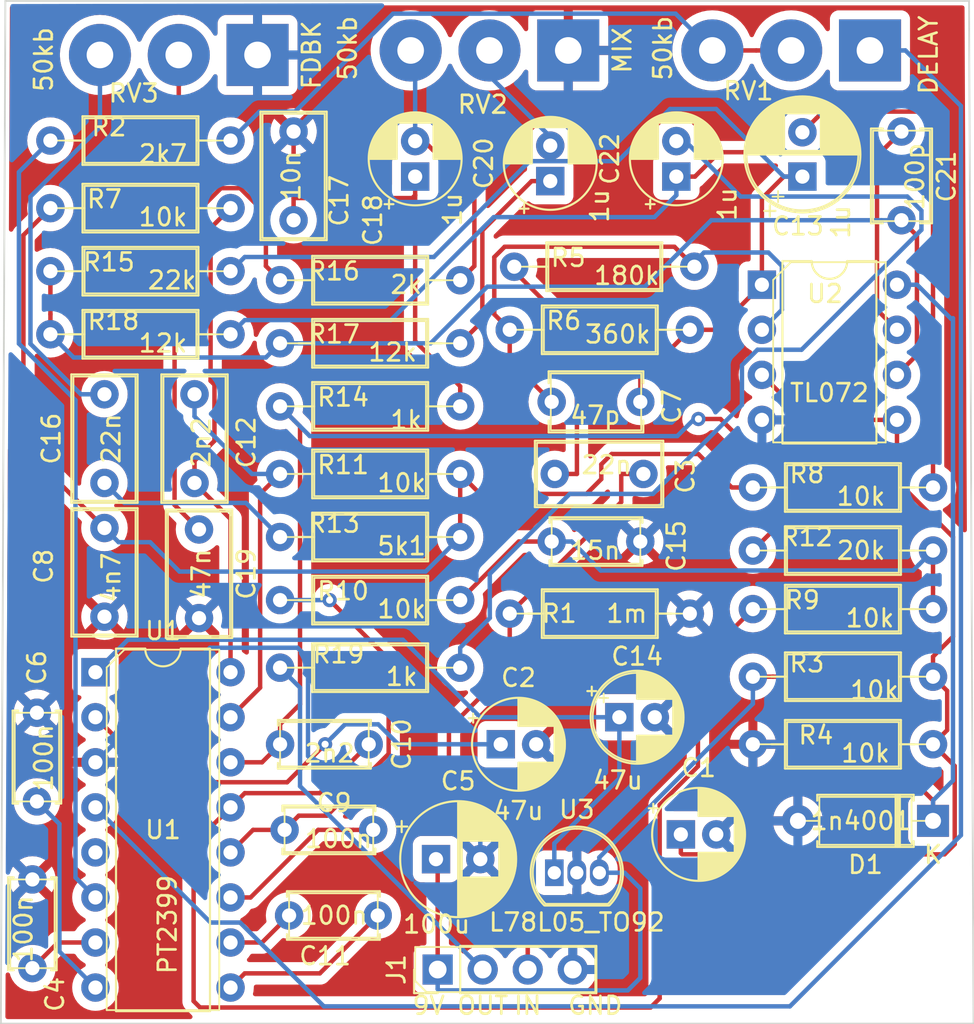
<source format=kicad_pcb>
(kicad_pcb (version 20221018) (generator pcbnew)
  (layers (0 "F.Cu" signal) (31 "B.Cu" signal) (34 "B.Paste" user) (35 "F.Paste" user) (36 "B.SilkS" user "B.Silkscreen") (37 "F.SilkS" user "F.Silkscreen") (38 "B.Mask" user) (39 "F.Mask" user) (44 "Edge.Cuts" user))
  (net 0 "")
  (net 1 "GND")
  (net 2 "VB")
  (net 3 "Net-(C2-Pad1)")
  (net 4 "IN")
  (net 5 "Net-(C3-Pad1)")
  (net 6 "Net-(C4-Pad2)")
  (net 7 "+9V")
  (net 8 "Net-(C6-Pad2)")
  (net 9 "Net-(C7-Pad2)")
  (net 10 "Net-(C13-Pad1)")
  (net 11 "Net-(C8-Pad1)")
  (net 12 "Net-(C9-Pad2)")
  (net 13 "Net-(C9-Pad1)")
  (net 14 "Net-(C10-Pad2)")
  (net 15 "Net-(C10-Pad1)")
  (net 16 "Net-(C11-Pad2)")
  (net 17 "Net-(C11-Pad1)")
  (net 18 "Net-(C12-Pad2)")
  (net 19 "Net-(C12-Pad1)")
  (net 20 "Net-(C13-Pad2)")
  (net 21 "VD")
  (net 22 "Net-(C15-Pad2)")
  (net 23 "Net-(C16-Pad2)")
  (net 24 "Net-(C16-Pad1)")
  (net 25 "Net-(C17-Pad2)")
  (net 26 "Net-(C18-Pad2)")
  (net 27 "Net-(C19-Pad2)")
  (net 28 "Net-(C20-Pad2)")
  (net 29 "Net-(C20-Pad1)")
  (net 30 "Net-(C21-Pad2)")
  (net 31 "Net-(C21-Pad1)")
  (net 32 "Net-(C22-Pad2)")
  (net 33 "OUT")
  (net 34 "Net-(R2-Pad2)")
  (net 35 "Net-(R2-Pad1)")
  (net 36 "Net-(RV1-Pad1)")
  (footprint "Capacitor_THT:CP_Radial_D5.0mm_P2.00mm" (layer "F.Cu") (at 128.016 91.948)
    (fp_text reference "C2")
    (fp_text value "47u")
  )
  (footprint "Capacitor_THT:C_Rect_L7.0mm_W3.5mm_P5.00mm" (layer "F.Cu") (at 131.064 76.708)
    (fp_text reference "C3")
    (fp_text value "22n")
  )
  (footprint "Capacitor_THT:C_Disc_D5.0mm_W2.5mm_P5.00mm" (layer "F.Cu") (at 101.6 99.568 -90)
    (fp_text reference "C4")
    (fp_text value "100n")
  )
  (footprint "Capacitor_THT:CP_Radial_D6.3mm_P2.50mm" (layer "F.Cu") (at 124.365 98.425)
    (fp_text reference "C5")
    (fp_text value "100u")
  )
  (footprint "Capacitor_THT:C_Disc_D5.0mm_W2.5mm_P5.00mm" (layer "F.Cu") (at 101.854 90.17 -90)
    (fp_text reference "C6")
    (fp_text value "100n")
  )
  (footprint "Capacitor_THT:C_Disc_D5.1mm_W3.2mm_P5.00mm" (layer "F.Cu") (at 135.89 72.644 180)
    (fp_text reference "C7")
    (fp_text value "47p")
  )
  (footprint "Capacitor_THT:C_Rect_L7.0mm_W3.5mm_P5.00mm" (layer "F.Cu") (at 105.664 79.756 -90)
    (fp_text reference "C8")
    (fp_text value "4n7")
  )
  (footprint "Capacitor_THT:C_Disc_D5.0mm_W2.5mm_P5.00mm" (layer "F.Cu") (at 115.824 96.774)
    (fp_text reference "C9")
    (fp_text value "100n")
  )
  (footprint "Capacitor_THT:C_Disc_D5.0mm_W2.5mm_P5.00mm" (layer "F.Cu") (at 115.57 91.948)
    (fp_text reference "C10")
    (fp_text value "2n2")
  )
  (footprint "Capacitor_THT:C_Rect_L7.0mm_W3.5mm_P5.00mm" (layer "F.Cu") (at 110.744 77.216 90)
    (fp_text reference "C12")
    (fp_text value "2n2")
  )
  (footprint "Capacitor_THT:CP_Radial_D6.3mm_P2.50mm" (layer "F.Cu") (at 145.034 59.944 90)
    (fp_text reference "C13")
    (fp_text value "1u")
  )
  (footprint "Capacitor_THT:CP_Radial_D5.0mm_P2.00mm" (layer "F.Cu") (at 134.707621 90.424)
    (fp_text reference "C14")
    (fp_text value "47u")
  )
  (footprint "Capacitor_THT:C_Disc_D5.0mm_W2.5mm_P5.00mm" (layer "F.Cu") (at 135.89 80.518 180)
    (fp_text reference "C15")
    (fp_text value "15n")
  )
  (footprint "Capacitor_THT:C_Rect_L7.0mm_W3.5mm_P5.00mm" (layer "F.Cu") (at 105.664 77.216 90)
    (fp_text reference "C16")
    (fp_text value "22n")
  )
  (footprint "Capacitor_THT:C_Rect_L7.0mm_W3.5mm_P5.00mm" (layer "F.Cu") (at 116.332 57.404 -90)
    (fp_text reference "C17")
    (fp_text value "10n")
  )
  (footprint "Capacitor_THT:CP_Radial_D5.0mm_P2.00mm" (layer "F.Cu") (at 123.19 59.944 90)
    (fp_text reference "C18")
    (fp_text value "1u")
  )
  (footprint "Capacitor_THT:C_Rect_L7.0mm_W3.5mm_P5.00mm" (layer "F.Cu") (at 110.998 84.836 90)
    (fp_text reference "C19")
    (fp_text value "47n")
  )
  (footprint "Capacitor_THT:CP_Radial_D5.0mm_P2.00mm" (layer "F.Cu") (at 137.922 59.944 90)
    (fp_text reference "C22")
    (fp_text value "1u")
  )
  (footprint "Connector_PinHeader_2.54mm:PinHeader_1x04_P2.54mm_Vertical" (layer "F.Cu") (at 124.46 104.648 90)
    (fp_text reference "J1")
    (fp_text value "Conn_01x05" hide)
  )
  (footprint "Resistor_THT:R_Axial_DIN0207_L6.3mm_D2.5mm_P10.16mm_Horizontal" (layer "F.Cu") (at 138.684 84.582 180)
    (fp_text reference "R1")
    (fp_text value "1m")
  )
  (footprint "Resistor_THT:R_Axial_DIN0207_L6.3mm_D2.5mm_P10.16mm_Horizontal" (layer "F.Cu") (at 102.616 57.912)
    (fp_text reference "R2")
    (fp_text value "2k7")
  )
  (footprint "Resistor_THT:R_Axial_DIN0207_L6.3mm_D2.5mm_P10.16mm_Horizontal" (layer "F.Cu") (at 142.24 88.138)
    (fp_text reference "R3")
    (fp_text value "10k")
  )
  (footprint "Resistor_THT:R_Axial_DIN0207_L6.3mm_D2.5mm_P10.16mm_Horizontal" (layer "F.Cu") (at 152.4 91.948 180)
    (fp_text reference "R4")
    (fp_text value "10k")
  )
  (footprint "Resistor_THT:R_Axial_DIN0207_L6.3mm_D2.5mm_P10.16mm_Horizontal" (layer "F.Cu") (at 138.938 65.024 180)
    (fp_text reference "R5")
    (fp_text value "180k")
  )
  (footprint "Resistor_THT:R_Axial_DIN0207_L6.3mm_D2.5mm_P10.16mm_Horizontal" (layer "F.Cu") (at 138.684 68.58 180)
    (fp_text reference "R6")
    (fp_text value "360k")
  )
  (footprint "Resistor_THT:R_Axial_DIN0207_L6.3mm_D2.5mm_P10.16mm_Horizontal" (layer "F.Cu") (at 112.776 61.722 180)
    (fp_text reference "R7")
    (fp_text value "10k")
  )
  (footprint "Resistor_THT:R_Axial_DIN0207_L6.3mm_D2.5mm_P10.16mm_Horizontal" (layer "F.Cu") (at 142.24 77.47)
    (fp_text reference "R8")
    (fp_text value "10k")
  )
  (footprint "Resistor_THT:R_Axial_DIN0207_L6.3mm_D2.5mm_P10.16mm_Horizontal" (layer "F.Cu") (at 142.24 84.328)
    (fp_text reference "R9")
    (fp_text value "10k")
  )
  (footprint "Resistor_THT:R_Axial_DIN0207_L6.3mm_D2.5mm_P10.16mm_Horizontal" (layer "F.Cu") (at 115.57 83.82)
    (fp_text reference "R10")
    (fp_text value "10k")
  )
  (footprint "Resistor_THT:R_Axial_DIN0207_L6.3mm_D2.5mm_P10.16mm_Horizontal" (layer "F.Cu") (at 115.57 76.708)
    (fp_text reference "R11")
    (fp_text value "10k")
  )
  (footprint "Resistor_THT:R_Axial_DIN0207_L6.3mm_D2.5mm_P10.16mm_Horizontal" (layer "F.Cu") (at 152.4 81.026 180)
    (fp_text reference "R12")
    (fp_text value "20k")
  )
  (footprint "Resistor_THT:R_Axial_DIN0207_L6.3mm_D2.5mm_P10.16mm_Horizontal" (layer "F.Cu") (at 125.73 80.264 180)
    (fp_text reference "R13")
    (fp_text value "5k1")
  )
  (footprint "Resistor_THT:R_Axial_DIN0207_L6.3mm_D2.5mm_P10.16mm_Horizontal" (layer "F.Cu") (at 115.57 72.898)
    (fp_text reference "R14")
    (fp_text value "1k")
  )
  (footprint "Resistor_THT:R_Axial_DIN0207_L6.3mm_D2.5mm_P10.16mm_Horizontal" (layer "F.Cu") (at 112.776 65.278 180)
    (fp_text reference "R15")
    (fp_text value "22k")
  )
  (footprint "Resistor_THT:R_Axial_DIN0207_L6.3mm_D2.5mm_P10.16mm_Horizontal" (layer "F.Cu") (at 125.73 65.786 180)
    (fp_text reference "R16")
    (fp_text value "2k")
  )
  (footprint "Resistor_THT:R_Axial_DIN0207_L6.3mm_D2.5mm_P10.16mm_Horizontal" (layer "F.Cu") (at 115.57 69.342)
    (fp_text reference "R17")
    (fp_text value "12k")
  )
  (footprint "Resistor_THT:R_Axial_DIN0207_L6.3mm_D2.5mm_P10.16mm_Horizontal" (layer "F.Cu") (at 102.616 68.834)
    (fp_text reference "R18")
    (fp_text value "12k")
  )
  (footprint "Resistor_THT:R_Axial_DIN0207_L6.3mm_D2.5mm_P10.16mm_Horizontal" (layer "F.Cu") (at 115.57 87.63)
    (fp_text reference "R19")
    (fp_text value "1k")
  )
  (footprint "Connector_Wire:SolderWirePad_1x03_P4.445mm_Drill1.5mm" (layer "F.Cu") (at 131.826 52.832 180)
    (fp_text reference "RV2")
    (fp_text value "50kb")
  )
  (footprint "Connector_Wire:SolderWirePad_1x03_P4.445mm_Drill1.5mm" (layer "F.Cu") (at 114.3 53.086 180)
    (fp_text reference "RV3")
    (fp_text value "50kb")
  )
  (footprint "Package_DIP:DIP-16_W7.62mm" (layer "F.Cu") (at 105.156 87.884)
    (fp_text reference "U1")
    (fp_text value "PT2399")
  )
  (footprint "Package_DIP:DIP-8_W7.62mm" (layer "F.Cu") (at 142.748 66.04)
    (fp_text reference "U2")
    (fp_text value "TL072")
  )
  (footprint "Connector_Wire:SolderWirePad_1x03_P4.445mm_Drill1.5mm" (layer "F.Cu") (at 148.844 52.832 180)
    (fp_text reference "RV1")
    (fp_text value "50kb")
  )
  (footprint "Capacitor_THT:C_Disc_D5.1mm_W3.2mm_P5.00mm" (layer "F.Cu") (at 150.622 57.404 -90)
    (fp_text reference "C21")
    (fp_text value "100p")
  )
  (footprint "Capacitor_THT:CP_Radial_D5.0mm_P2.00mm" (layer "F.Cu") (at 130.81 60.198 90)
    (fp_text reference "C20")
    (fp_text value "1u")
  )
  (footprint "Capacitor_THT:C_Disc_D5.0mm_W2.5mm_P5.00mm" (layer "F.Cu") (at 116.078 101.6)
    (fp_text reference "C11")
    (fp_text value "100n")
  )
  (footprint "Capacitor_THT:CP_Radial_D5.0mm_P2.00mm" (layer "F.Cu") (at 138.176 97.028)
    (fp_text reference "C1")
    (fp_text value "47u")
  )
  (footprint "Diode_THT:D_A-405_P7.62mm_Horizontal" (layer "F.Cu") (at 152.4 96.266 180)
    (fp_text reference "D1")
    (fp_text value "1n4001")
  )
  (footprint "Package_TO_SOT_THT:TO-92_Inline" (layer "F.Cu") (at 131.0386 99.1914)
    (fp_text reference "U3")
    (fp_text value "L78L05_TO92")
  )
  (gr_line (start 154.686 107.696) (end 99.822 107.696) (stroke (width 0.1)) (layer "Edge.Cuts"))
  (gr_line (start 154.178 50.038) (end 154.432 50.038) (stroke (width 0.1)) (layer "Edge.Cuts"))
  (gr_line (start 99.822 107.696) (end 100.076 50.038) (stroke (width 0.1)) (layer "Edge.Cuts"))
  (gr_line (start 100.076 50.038) (end 154.178 50.038) (stroke (width 0.1)) (layer "Edge.Cuts"))
  (gr_line (start 154.432 50.038) (end 154.686 107.696) (stroke (width 0.1)) (layer "Edge.Cuts"))
  (gr_text "MIX" (at 134.874 52.832 90) (layer "F.SilkS") (effects (font (size 1 1))))
  (gr_text "IN" (at 129.54 106.68) (layer "F.SilkS") (effects (font (size 1 1))))
  (gr_text "9V" (at 123.952 106.68) (layer "F.SilkS") (effects (font (size 1 1))))
  (gr_text "OUT\n" (at 127 106.68) (layer "F.SilkS") (effects (font (size 1 1))))
  (gr_text "GND\n" (at 133.35 106.68) (layer "F.SilkS") (effects (font (size 1 1))))
  (gr_text "DELAY\n" (at 152.146 53.086 90) (layer "F.SilkS") (effects (font (size 1 1))))
  (gr_text "FDBK" (at 117.348 53.086 90) (layer "F.SilkS") (effects (font (size 1 1))))
  (segment (start 101.6 99.568) (end 101.709001 99.458999) (width 0.25) (layer "F.Cu") (net 1))
  (segment (start 102.362 90.17) (end 101.854 90.17) (width 0.25) (layer "F.Cu") (net 1))
  (segment (start 116.332 58.654) (end 116.332 57.404) (width 0.25) (layer "F.Cu") (net 1))
  (segment (start 126.865 96.385) (end 126.746 96.266) (width 0.25) (layer "B.Cu") (net 1))
  (segment (start 118.1608 93.6244) (end 117.144521 92.608121) (width 0.25) (layer "B.Cu") (net 1))
  (segment (start 126.865 98.425) (end 126.865 96.385) (width 0.25) (layer "B.Cu") (net 1))
  (segment (start 111.614511 86.505489) (end 105.156 92.964) (width 0.25) (layer "B.Cu") (net 1))
  (segment (start 117.144521 87.096321) (end 116.553689 86.505489) (width 0.25) (layer "B.Cu") (net 1))
  (segment (start 124.1044 93.6244) (end 118.1608 93.6244) (width 0.25) (layer "B.Cu") (net 1))
  (segment (start 126.746 96.266) (end 124.1044 93.6244) (width 0.25) (layer "B.Cu") (net 1))
  (segment (start 117.144521 92.608121) (end 117.144521 87.096321) (width 0.25) (layer "B.Cu") (net 1))
  (segment (start 116.553689 86.505489) (end 111.614511 86.505489) (width 0.25) (layer "B.Cu") (net 1))
  (segment (start 145.288 73.66) (end 150.368 73.66) (width 0.25) (layer "F.Cu") (net 2))
  (segment (start 153.525001 80.260003) (end 150.368 77.103002) (width 0.25) (layer "F.Cu") (net 2))
  (segment (start 153.625001 93.173001) (end 153.625001 97.580999) (width 0.25) (layer "F.Cu") (net 2))
  (segment (start 153.625001 97.580999) (end 153.052999 98.153001) (width 0.25) (layer "F.Cu") (net 2))
  (segment (start 152.4 91.948) (end 153.625001 93.173001) (width 0.25) (layer "F.Cu") (net 2))
  (segment (start 138.251001 98.153001) (end 138.176 98.078) (width 0.25) (layer "F.Cu") (net 2))
  (segment (start 153.199999 88.937999) (end 152.4 88.138) (width 0.25) (layer "F.Cu") (net 2))
  (segment (start 153.199999 91.148001) (end 153.199999 88.937999) (width 0.25) (layer "F.Cu") (net 2))
  (segment (start 142.748 71.12) (end 145.288 73.66) (width 0.25) (layer "F.Cu") (net 2))
  (segment (start 138.176 98.078) (end 138.176 97.028) (width 0.25) (layer "F.Cu") (net 2))
  (segment (start 152.4 88.138) (end 152.4 87.00663) (width 0.25) (layer "F.Cu") (net 2))
  (segment (start 150.368 77.103002) (end 150.368 73.66) (width 0.25) (layer "F.Cu") (net 2))
  (segment (start 152.4 91.948) (end 153.199999 91.148001) (width 0.25) (layer "F.Cu") (net 2))
  (segment (start 152.4 87.00663) (end 153.525001 85.881629) (width 0.25) (layer "F.Cu") (net 2))
  (segment (start 153.525001 85.881629) (end 153.525001 80.260003) (width 0.25) (layer "F.Cu") (net 2))
  (segment (start 153.052999 98.153001) (end 138.251001 98.153001) (width 0.25) (layer "F.Cu") (net 2))
  (segment (start 118.11 91.948) (end 115.968999 94.089001) (width 0.25) (layer "F.Cu") (net 3))
  (segment (start 115.968999 94.089001) (end 108.821001 94.089001) (width 0.25) (layer "F.Cu") (net 3))
  (segment (start 108.821001 94.089001) (end 105.955999 91.223999) (width 0.25) (layer "F.Cu") (net 3))
  (segment (start 105.955999 91.223999) (end 105.156 90.424) (width 0.25) (layer "F.Cu") (net 3))
  (via (at 118.11 91.948) (size 0.8) (drill 0.4) (layers "F.Cu" "B.Cu") (net 3))
  (segment (start 122.235002 91.948) (end 121.110001 90.822999) (width 0.25) (layer "B.Cu") (net 3))
  (segment (start 121.110001 90.822999) (end 119.235001 90.822999) (width 0.25) (layer "B.Cu") (net 3))
  (segment (start 118.509999 91.548001) (end 118.11 91.948) (width 0.25) (layer "B.Cu") (net 3))
  (segment (start 128.016 91.948) (end 122.235002 91.948) (width 0.25) (layer "B.Cu") (net 3))
  (segment (start 119.235001 90.822999) (end 118.509999 91.548001) (width 0.25) (layer "B.Cu") (net 3))
  (segment (start 128.524 87.63) (end 128.524 84.582) (width 0.25) (layer "F.Cu") (net 4))
  (segment (start 129.54 104.648) (end 129.54 98.044) (width 0.25) (layer "F.Cu") (net 4))
  (segment (start 134.814 76.708) (end 136.064 76.708) (width 0.25) (layer "F.Cu") (net 4))
  (segment (start 125.095 93.599) (end 125.095 91.059) (width 0.25) (layer "F.Cu") (net 4))
  (segment (start 125.095 91.059) (end 128.524 87.63) (width 0.25) (layer "F.Cu") (net 4))
  (segment (start 128.524 84.582) (end 134.814 78.292) (width 0.25) (layer "F.Cu") (net 4))
  (segment (start 129.54 98.044) (end 125.095 93.599) (width 0.25) (layer "F.Cu") (net 4))
  (segment (start 134.814 78.292) (end 134.814 76.708) (width 0.25) (layer "F.Cu") (net 4))
  (segment (start 131.064 76.708) (end 132.314 76.708) (width 0.25) (layer "F.Cu") (net 5))
  (segment (start 132.314 76.708) (end 132.314 68.814) (width 0.25) (layer "F.Cu") (net 5))
  (segment (start 132.314 68.814) (end 128.524 65.024) (width 0.25) (layer "F.Cu") (net 5))
  (segment (start 103.044 103.124) (end 105.156 103.124) (width 0.25) (layer "F.Cu") (net 6))
  (segment (start 101.6 104.568) (end 103.044 103.124) (width 0.25) (layer "F.Cu") (net 6))
  (segment (start 152.4 95.116) (end 145.422 88.138) (width 0.25) (layer "F.Cu") (net 7))
  (segment (start 124.46 104.648) (end 124.46 98.552) (width 0.25) (layer "F.Cu") (net 7))
  (segment (start 145.422 88.138) (end 143.37137 88.138) (width 0.25) (layer "F.Cu") (net 7))
  (segment (start 124.46 98.552) (end 124.206 98.298) (width 0.25) (layer "F.Cu") (net 7))
  (segment (start 152.4 96.266) (end 152.4 95.116) (width 0.25) (layer "F.Cu") (net 7))
  (segment (start 143.37137 88.138) (end 142.24 88.138) (width 0.25) (layer "F.Cu") (net 7))
  (segment (start 152.4 95.116) (end 153.525001 93.990999) (width 0.25) (layer "B.Cu") (net 7))
  (segment (start 133.5786 99.1914) (end 135.0054 99.1914) (width 0.25) (layer "B.Cu") (net 7))
  (segment (start 135.89 100.076) (end 135.89 105.117002) (width 0.25) (layer "B.Cu") (net 7))
  (segment (start 150.368 66.04) (end 151.49937 66.04) (width 0.25) (layer "B.Cu") (net 7))
  (segment (start 135.184001 105.823001) (end 124.535001 105.823001) (width 0.25) (layer "B.Cu") (net 7))
  (segment (start 151.49937 66.04) (end 153.416 67.95663) (width 0.25) (layer "B.Cu") (net 7))
  (segment (start 142.24 89.662) (end 142.24 88.138) (width 0.25) (layer "B.Cu") (net 7))
  (segment (start 133.5786 98.3234) (end 142.24 89.662) (width 0.25) (layer "B.Cu") (net 7))
  (segment (start 124.535001 105.823001) (end 124.46 105.748) (width 0.25) (layer "B.Cu") (net 7))
  (segment (start 124.46 105.748) (end 124.46 104.648) (width 0.25) (layer "B.Cu") (net 7))
  (segment (start 152.4 96.266) (end 152.4 95.116) (width 0.25) (layer "B.Cu") (net 7))
  (segment (start 133.5786 99.1914) (end 133.5786 98.3234) (width 0.25) (layer "B.Cu") (net 7))
  (segment (start 135.0054 99.1914) (end 135.89 100.076) (width 0.25) (layer "B.Cu") (net 7))
  (segment (start 135.89 105.117002) (end 135.184001 105.823001) (width 0.25) (layer "B.Cu") (net 7))
  (segment (start 153.495372 67.95663) (end 153.525001 67.927001) (width 0.25) (layer "B.Cu") (net 7))
  (segment (start 153.416 67.95663) (end 153.495372 67.95663) (width 0.25) (layer "B.Cu") (net 7))
  (segment (start 153.525001 93.990999) (end 153.525001 67.927001) (width 0.25) (layer "B.Cu") (net 7))
  (segment (start 103.124 96.44) (end 101.854 95.17) (width 0.25) (layer "B.Cu") (net 8))
  (segment (start 105.156 105.664) (end 103.124 103.632) (width 0.25) (layer "B.Cu") (net 8))
  (segment (start 103.124 103.632) (end 103.124 96.44) (width 0.25) (layer "B.Cu") (net 8))
  (segment (start 137.812999 63.898999) (end 138.138001 64.224001) (width 0.25) (layer "F.Cu") (net 9))
  (segment (start 138.138001 64.224001) (end 138.938 65.024) (width 0.25) (layer "F.Cu") (net 9))
  (segment (start 128.524 68.58) (end 127.652999 67.708999) (width 0.25) (layer "F.Cu") (net 9))
  (segment (start 130.89 72.644) (end 128.524 70.278) (width 0.25) (layer "F.Cu") (net 9))
  (segment (start 128.524 70.278) (end 128.524 68.58) (width 0.25) (layer "F.Cu") (net 9))
  (segment (start 128.237999 63.898999) (end 137.812999 63.898999) (width 0.25) (layer "F.Cu") (net 9))
  (segment (start 127.652999 67.708999) (end 127.652999 64.483999) (width 0.25) (layer "F.Cu") (net 9))
  (segment (start 127.652999 64.483999) (end 128.237999 63.898999) (width 0.25) (layer "F.Cu") (net 9))
  (segment (start 139.483999 64.224001) (end 138.684 65.024) (width 0.25) (layer "B.Cu") (net 9))
  (segment (start 143.873001 64.979999) (end 143.117003 64.224001) (width 0.25) (layer "B.Cu") (net 9))
  (segment (start 143.873001 67.454999) (end 143.873001 64.979999) (width 0.25) (layer "B.Cu") (net 9))
  (segment (start 142.748 68.58) (end 143.873001 67.454999) (width 0.25) (layer "B.Cu") (net 9))
  (segment (start 143.117003 64.224001) (end 139.483999 64.224001) (width 0.25) (layer "B.Cu") (net 9))
  (segment (start 140.208 68.58) (end 142.748 66.04) (width 0.25) (layer "F.Cu") (net 10))
  (segment (start 135.89 72.644) (end 135.89 71.374) (width 0.25) (layer "F.Cu") (net 10))
  (segment (start 135.89 71.374) (end 138.684 68.58) (width 0.25) (layer "F.Cu") (net 10))
  (segment (start 142.748 66.04) (end 142.748 61.18) (width 0.25) (layer "F.Cu") (net 10))
  (segment (start 143.984 59.944) (end 145.034 59.944) (width 0.25) (layer "F.Cu") (net 10))
  (segment (start 142.748 61.18) (end 143.984 59.944) (width 0.25) (layer "F.Cu") (net 10))
  (segment (start 138.684 68.58) (end 140.208 68.58) (width 0.25) (layer "F.Cu") (net 10))
  (segment (start 140.174 56.134) (end 143.984 59.944) (width 0.25) (layer "B.Cu") (net 10))
  (segment (start 143.984 59.944) (end 145.034 59.944) (width 0.25) (layer "B.Cu") (net 10))
  (segment (start 124.243999 64.478001) (end 129.649001 59.072999) (width 0.25) (layer "B.Cu") (net 10))
  (segment (start 134.627999 59.072999) (end 137.566998 56.134) (width 0.25) (layer "B.Cu") (net 10))
  (segment (start 137.566998 56.134) (end 140.174 56.134) (width 0.25) (layer "B.Cu") (net 10))
  (segment (start 112.776 65.278) (end 113.575999 64.478001) (width 0.25) (layer "B.Cu") (net 10))
  (segment (start 113.575999 64.478001) (end 124.243999 64.478001) (width 0.25) (layer "B.Cu") (net 10))
  (segment (start 129.649001 59.072999) (end 134.627999 59.072999) (width 0.25) (layer "B.Cu") (net 10))
  (segment (start 132.854001 77.833001) (end 133.688999 76.998003) (width 0.25) (layer "F.Cu") (net 11))
  (segment (start 134.273999 75.582999) (end 139.159999 75.582999) (width 0.25) (layer "F.Cu") (net 11))
  (segment (start 105.664 79.756) (end 101.092 75.184) (width 0.25) (layer "F.Cu") (net 11))
  (segment (start 133.688999 76.167999) (end 134.273999 75.582999) (width 0.25) (layer "F.Cu") (net 11))
  (segment (start 101.092 63.246) (end 102.616 61.722) (width 0.25) (layer "F.Cu") (net 11))
  (segment (start 139.159999 75.582999) (end 141.047 77.47) (width 0.25) (layer "F.Cu") (net 11))
  (segment (start 126.855001 77.833001) (end 132.854001 77.833001) (width 0.25) (layer "F.Cu") (net 11))
  (segment (start 125.73 80.264) (end 125.73 76.708) (width 0.25) (layer "F.Cu") (net 11))
  (segment (start 133.688999 76.998003) (end 133.688999 76.167999) (width 0.25) (layer "F.Cu") (net 11))
  (segment (start 141.047 77.47) (end 142.24 77.47) (width 0.25) (layer "F.Cu") (net 11))
  (segment (start 101.092 75.184) (end 101.092 63.246) (width 0.25) (layer "F.Cu") (net 11))
  (segment (start 125.73 76.708) (end 126.855001 77.833001) (width 0.25) (layer "F.Cu") (net 11))
  (segment (start 106.463999 80.555999) (end 108.241999 80.555999) (width 0.25) (layer "B.Cu") (net 11))
  (segment (start 105.664 79.756) (end 106.463999 80.555999) (width 0.25) (layer "B.Cu") (net 11))
  (segment (start 123.782999 82.211001) (end 125.73 80.264) (width 0.25) (layer "B.Cu") (net 11))
  (segment (start 108.241999 80.555999) (end 109.897001 82.211001) (width 0.25) (layer "B.Cu") (net 11))
  (segment (start 109.897001 82.211001) (end 123.782999 82.211001) (width 0.25) (layer "B.Cu") (net 11))
  (segment (start 112.776 100.584) (end 113.90737 100.584) (width 0.25) (layer "F.Cu") (net 12))
  (segment (start 113.90737 100.584) (end 117.71737 96.774) (width 0.25) (layer "F.Cu") (net 12))
  (segment (start 117.71737 96.774) (end 119.69263 96.774) (width 0.25) (layer "F.Cu") (net 12))
  (segment (start 119.69263 96.774) (end 120.824 96.774) (width 0.25) (layer "F.Cu") (net 12))
  (segment (start 114.046 96.774) (end 115.824 96.774) (width 0.25) (layer "F.Cu") (net 13))
  (segment (start 118.763999 84.219999) (end 118.364 83.82) (width 0.25) (layer "F.Cu") (net 13))
  (segment (start 118.209001 95.974001) (end 121.695001 92.488001) (width 0.25) (layer "F.Cu") (net 13))
  (segment (start 116.623999 95.974001) (end 118.209001 95.974001) (width 0.25) (layer "F.Cu") (net 13))
  (segment (start 112.776 98.044) (end 114.046 96.774) (width 0.25) (layer "F.Cu") (net 13))
  (segment (start 115.824 96.774) (end 116.623999 95.974001) (width 0.25) (layer "F.Cu") (net 13))
  (segment (start 121.695001 92.488001) (end 121.695001 87.151001) (width 0.25) (layer "F.Cu") (net 13))
  (segment (start 121.695001 87.151001) (end 118.763999 84.219999) (width 0.25) (layer "F.Cu") (net 13))
  (via (at 118.364 83.82) (size 0.8) (drill 0.4) (layers "F.Cu" "B.Cu") (net 13))
  (segment (start 115.824 96.774) (end 115.824 97.028) (width 0.25) (layer "B.Cu") (net 13))
  (segment (start 115.57 83.82) (end 116.70137 83.82) (width 0.25) (layer "B.Cu") (net 13))
  (segment (start 116.70137 83.82) (end 118.364 83.82) (width 0.25) (layer "B.Cu") (net 13))
  (segment (start 139.1412 87.4268) (end 139.1412 93.1926) (width 0.25) (layer "F.Cu") (net 14))
  (segment (start 117.813999 94.704001) (end 119.770001 92.747999) (width 0.25) (layer "F.Cu") (net 14))
  (segment (start 111.055711 106.788511) (end 136.467289 106.788511) (width 0.25) (layer "F.Cu") (net 14))
  (segment (start 110.6932 97.5868) (end 110.6932 106.426) (width 0.25) (layer "F.Cu") (net 14))
  (segment (start 139.1412 93.1926) (end 137.1727 95.1611) (width 0.25) (layer "F.Cu") (net 14))
  (segment (start 112.776 95.504) (end 113.575999 94.704001) (width 0.25) (layer "F.Cu") (net 14))
  (segment (start 112.776 95.504) (end 110.6932 97.5868) (width 0.25) (layer "F.Cu") (net 14))
  (segment (start 136.9822 95.3516) (end 137.1727 95.1611) (width 0.25) (layer "F.Cu") (net 14))
  (segment (start 113.575999 94.704001) (end 117.813999 94.704001) (width 0.25) (layer "F.Cu") (net 14))
  (segment (start 136.467289 106.788511) (end 136.9822 106.2736) (width 0.25) (layer "F.Cu") (net 14))
  (segment (start 119.770001 92.747999) (end 120.57 91.948) (width 0.25) (layer "F.Cu") (net 14))
  (segment (start 142.24 84.328) (end 139.1412 87.4268) (width 0.25) (layer "F.Cu") (net 14))
  (segment (start 136.9822 106.2736) (end 136.9822 95.3516) (width 0.25) (layer "F.Cu") (net 14))
  (segment (start 110.6932 106.426) (end 111.055711 106.788511) (width 0.25) (layer "F.Cu") (net 14))
  (segment (start 115.57 91.948) (end 115.57 90.81663) (width 0.25) (layer "F.Cu") (net 15))
  (segment (start 115.57 90.81663) (end 116.695001 89.691629) (width 0.25) (layer "F.Cu") (net 15))
  (segment (start 116.695001 74.023001) (end 116.369999 73.697999) (width 0.25) (layer "F.Cu") (net 15))
  (segment (start 144.4752 78.7908) (end 144.4752 77.6732) (width 0.25) (layer "F.Cu") (net 15))
  (segment (start 140.4112 73.6092) (end 139.1666 73.6092) (width 0.25) (layer "F.Cu") (net 15))
  (segment (start 112.776 92.964) (end 114.554 92.964) (width 0.25) (layer "F.Cu") (net 15))
  (segment (start 144.4752 77.6732) (end 140.4112 73.6092) (width 0.25) (layer "F.Cu") (net 15))
  (segment (start 116.369999 73.697999) (end 115.57 72.898) (width 0.25) (layer "F.Cu") (net 15))
  (segment (start 116.695001 89.691629) (end 116.695001 74.023001) (width 0.25) (layer "F.Cu") (net 15))
  (segment (start 114.554 92.964) (end 115.57 91.948) (width 0.25) (layer "F.Cu") (net 15))
  (segment (start 142.24 81.026) (end 144.4752 78.7908) (width 0.25) (layer "F.Cu") (net 15))
  (via (at 139.1666 73.6092) (size 0.8) (drill 0.4) (layers "F.Cu" "B.Cu") (net 15))
  (segment (start 115.57 72.898) (end 117.2464 74.5744) (width 0.25) (layer "B.Cu") (net 15))
  (segment (start 117.2464 74.5744) (end 137.9728 74.5744) (width 0.25) (layer "B.Cu") (net 15))
  (segment (start 137.9728 74.5744) (end 138.938 73.6092) (width 0.25) (layer "B.Cu") (net 15))
  (segment (start 138.938 73.6092) (end 139.1666 73.6092) (width 0.25) (layer "B.Cu") (net 15))
  (segment (start 113.575999 104.864001) (end 117.813999 104.864001) (width 0.25) (layer "F.Cu") (net 16))
  (segment (start 120.278001 102.399999) (end 121.078 101.6) (width 0.25) (layer "F.Cu") (net 16))
  (segment (start 112.776 105.664) (end 113.575999 104.864001) (width 0.25) (layer "F.Cu") (net 16))
  (segment (start 117.813999 104.864001) (end 120.278001 102.399999) (width 0.25) (layer "F.Cu") (net 16))
  (segment (start 112.776 103.124) (end 114.554 103.124) (width 0.25) (layer "F.Cu") (net 17))
  (segment (start 114.554 103.124) (end 116.078 101.6) (width 0.25) (layer "F.Cu") (net 17))
  (segment (start 114.444999 77.833001) (end 114.770001 77.507999) (width 0.25) (layer "F.Cu") (net 18))
  (segment (start 114.770001 77.507999) (end 115.57 76.708) (width 0.25) (layer "F.Cu") (net 18))
  (segment (start 112.776 90.424) (end 114.444999 88.755001) (width 0.25) (layer "F.Cu") (net 18))
  (segment (start 114.444999 88.755001) (end 114.444999 77.833001) (width 0.25) (layer "F.Cu") (net 18))
  (segment (start 110.744 73.466) (end 113.986 76.708) (width 0.25) (layer "B.Cu") (net 18))
  (segment (start 110.744 72.216) (end 110.744 73.466) (width 0.25) (layer "B.Cu") (net 18))
  (segment (start 113.986 76.708) (end 115.57 76.708) (width 0.25) (layer "B.Cu") (net 18))
  (segment (start 111.976001 62.521999) (end 112.776 61.722) (width 0.25) (layer "F.Cu") (net 19))
  (segment (start 110.744 77.216) (end 112.776 79.248) (width 0.25) (layer "F.Cu") (net 19))
  (segment (start 111.869001 71.675999) (end 111.650999 71.457997) (width 0.25) (layer "F.Cu") (net 19))
  (segment (start 111.869001 74.840999) (end 111.869001 71.675999) (width 0.25) (layer "F.Cu") (net 19))
  (segment (start 111.650999 71.457997) (end 111.650999 62.847001) (width 0.25) (layer "F.Cu") (net 19))
  (segment (start 110.744 75.966) (end 111.869001 74.840999) (width 0.25) (layer "F.Cu") (net 19))
  (segment (start 112.776 79.248) (end 112.776 87.884) (width 0.25) (layer "F.Cu") (net 19))
  (segment (start 111.650999 62.847001) (end 111.976001 62.521999) (width 0.25) (layer "F.Cu") (net 19))
  (segment (start 110.744 77.216) (end 110.744 75.966) (width 0.25) (layer "F.Cu") (net 19))
  (segment (start 146.199001 56.278999) (end 145.833999 56.644001) (width 0.25) (layer "F.Cu") (net 20))
  (segment (start 152.4 56.896) (end 151.782999 56.278999) (width 0.25) (layer "F.Cu") (net 20))
  (segment (start 145.833999 56.644001) (end 145.034 57.444) (width 0.25) (layer "F.Cu") (net 20))
  (segment (start 151.782999 56.278999) (end 146.199001 56.278999) (width 0.25) (layer "F.Cu") (net 20))
  (segment (start 152.4 77.47) (end 152.4 56.896) (width 0.25) (layer "F.Cu") (net 20))
  (segment (start 131.0386 97.536) (end 134.707621 93.866979) (width 0.25) (layer "B.Cu") (net 21))
  (segment (start 106.984031 86.055969) (end 105.156 87.884) (width 0.25) (layer "B.Cu") (net 21))
  (segment (start 122.490967 86.055969) (end 106.984031 86.055969) (width 0.25) (layer "B.Cu") (net 21))
  (segment (start 131.0386 99.1914) (end 131.0386 97.536) (width 0.25) (layer "B.Cu") (net 21))
  (segment (start 134.62 90.424) (end 126.858998 90.424) (width 0.25) (layer "B.Cu") (net 21))
  (segment (start 134.707621 93.866979) (end 134.707621 90.424) (width 0.25) (layer "B.Cu") (net 21))
  (segment (start 126.858998 90.424) (end 122.490967 86.055969) (width 0.25) (layer "B.Cu") (net 21))
  (segment (start 152.4 83.19663) (end 152.4 81.026) (width 0.25) (layer "F.Cu") (net 22))
  (segment (start 129.032 80.518) (end 130.89 80.518) (width 0.25) (layer "F.Cu") (net 22))
  (segment (start 152.4 84.328) (end 152.4 83.19663) (width 0.25) (layer "F.Cu") (net 22))
  (segment (start 125.73 83.82) (end 129.032 80.518) (width 0.25) (layer "F.Cu") (net 22))
  (segment (start 133.654371 82.151001) (end 151.274999 82.151001) (width 0.25) (layer "B.Cu") (net 22))
  (segment (start 151.274999 82.151001) (end 151.600001 81.825999) (width 0.25) (layer "B.Cu") (net 22))
  (segment (start 151.600001 81.825999) (end 152.4 81.026) (width 0.25) (layer "B.Cu") (net 22))
  (segment (start 132.02137 80.518) (end 133.654371 82.151001) (width 0.25) (layer "B.Cu") (net 22))
  (segment (start 130.89 80.518) (end 132.02137 80.518) (width 0.25) (layer "B.Cu") (net 22))
  (segment (start 101.490999 69.374001) (end 101.490999 61.069001) (width 0.25) (layer "B.Cu") (net 23))
  (segment (start 101.490999 61.069001) (end 105.41 57.15) (width 0.25) (layer "B.Cu") (net 23))
  (segment (start 105.664 72.216) (end 104.332998 72.216) (width 0.25) (layer "B.Cu") (net 23))
  (segment (start 105.664 53.34) (end 105.41 53.086) (width 0.25) (layer "B.Cu") (net 23))
  (segment (start 104.332998 72.216) (end 101.490999 69.374001) (width 0.25) (layer "B.Cu") (net 23))
  (segment (start 105.41 57.15) (end 105.41 53.086) (width 0.25) (layer "B.Cu") (net 23))
  (segment (start 106.789001 78.341001) (end 106.463999 78.015999) (width 0.25) (layer "B.Cu") (net 24))
  (segment (start 113.647001 78.341001) (end 106.789001 78.341001) (width 0.25) (layer "B.Cu") (net 24))
  (segment (start 115.57 80.264) (end 113.647001 78.341001) (width 0.25) (layer "B.Cu") (net 24))
  (segment (start 106.463999 78.015999) (end 105.664 77.216) (width 0.25) (layer "B.Cu") (net 24))
  (segment (start 123.19 60.994) (end 123.19 59.944) (width 0.25) (layer "F.Cu") (net 25))
  (segment (start 116.332 61.154) (end 123.03 61.154) (width 0.25) (layer "F.Cu") (net 25))
  (segment (start 125.73 71.76663) (end 123.19 69.22663) (width 0.25) (layer "F.Cu") (net 25))
  (segment (start 116.332 62.404) (end 116.332 61.154) (width 0.25) (layer "F.Cu") (net 25))
  (segment (start 125.73 72.898) (end 125.73 71.76663) (width 0.25) (layer "F.Cu") (net 25))
  (segment (start 123.03 61.154) (end 123.19 60.994) (width 0.25) (layer "F.Cu") (net 25))
  (segment (start 123.19 69.22663) (end 123.19 60.994) (width 0.25) (layer "F.Cu") (net 25))
  (segment (start 125.73 65.786) (end 126.529999 64.986001) (width 0.25) (layer "F.Cu") (net 26))
  (segment (start 126.529999 64.986001) (end 126.529999 60.783999) (width 0.25) (layer "F.Cu") (net 26))
  (segment (start 126.529999 60.783999) (end 123.989999 58.243999) (width 0.25) (layer "F.Cu") (net 26))
  (segment (start 123.989999 58.243999) (end 123.19 57.444) (width 0.25) (layer "F.Cu") (net 26))
  (segment (start 123.19 53.086) (end 122.936 52.832) (width 0.25) (layer "B.Cu") (net 26))
  (segment (start 123.19 57.444) (end 123.19 53.086) (width 0.25) (layer "B.Cu") (net 26))
  (segment (start 109.618999 63.213999) (end 112.235999 60.596999) (width 0.25) (layer "F.Cu") (net 27))
  (segment (start 110.998 79.836) (end 109.618999 78.456999) (width 0.25) (layer "F.Cu") (net 27))
  (segment (start 113.316001 60.596999) (end 114.770001 62.050999) (width 0.25) (layer "F.Cu") (net 27))
  (segment (start 112.235999 60.596999) (end 109.855 58.216) (width 0.25) (layer "F.Cu") (net 27))
  (segment (start 114.770001 62.050999) (end 114.770001 64.986001) (width 0.25) (layer "F.Cu") (net 27))
  (segment (start 112.235999 60.596999) (end 113.316001 60.596999) (width 0.25) (layer "F.Cu") (net 27))
  (segment (start 109.618999 78.456999) (end 109.618999 63.213999) (width 0.25) (layer "F.Cu") (net 27))
  (segment (start 114.770001 64.986001) (end 115.57 65.786) (width 0.25) (layer "F.Cu") (net 27))
  (segment (start 109.855 58.216) (end 109.855 53.086) (width 0.25) (layer "F.Cu") (net 27))
  (segment (start 130.81 57.698) (end 127.381 54.269) (width 0.25) (layer "B.Cu") (net 28))
  (segment (start 127.381 54.269) (end 127.381 52.832) (width 0.25) (layer "B.Cu") (net 28))
  (segment (start 126.980009 62.977991) (end 129.76 60.198) (width 0.25) (layer "F.Cu") (net 29))
  (segment (start 126.980009 68.091991) (end 126.980009 62.977991) (width 0.25) (layer "F.Cu") (net 29))
  (segment (start 125.73 69.342) (end 126.980009 68.091991) (width 0.25) (layer "F.Cu") (net 29))
  (segment (start 129.76 60.198) (end 130.81 60.198) (width 0.25) (layer "F.Cu") (net 29))
  (segment (start 151.421999 63.203999) (end 150.622 62.404) (width 0.25) (layer "F.Cu") (net 30))
  (segment (start 150.368 71.12) (end 151.493001 69.994999) (width 0.25) (layer "F.Cu") (net 30))
  (segment (start 102.616 68.834) (end 102.616 67.70263) (width 0.25) (layer "F.Cu") (net 30))
  (segment (start 151.493001 63.275001) (end 151.421999 63.203999) (width 0.25) (layer "F.Cu") (net 30))
  (segment (start 102.616 67.70263) (end 102.616 65.278) (width 0.25) (layer "F.Cu") (net 30))
  (segment (start 151.493001 69.994999) (end 151.493001 63.275001) (width 0.25) (layer "F.Cu") (net 30))
  (segment (start 124.064998 69.342) (end 127.257997 66.149001) (width 0.25) (layer "B.Cu") (net 30))
  (segment (start 127.257997 66.149001) (end 136.147997 66.149001) (width 0.25) (layer "B.Cu") (net 30))
  (segment (start 115.57 69.342) (end 114.770001 70.141999) (width 0.25) (layer "B.Cu") (net 30))
  (segment (start 103.415999 69.633999) (end 102.616 68.834) (width 0.25) (layer "B.Cu") (net 30))
  (segment (start 149.49063 62.404) (end 150.622 62.404) (width 0.25) (layer "B.Cu") (net 30))
  (segment (start 115.57 69.342) (end 124.064998 69.342) (width 0.25) (layer "B.Cu") (net 30))
  (segment (start 136.147997 66.149001) (end 139.892998 62.404) (width 0.25) (layer "B.Cu") (net 30))
  (segment (start 103.923999 70.141999) (end 103.415999 69.633999) (width 0.25) (layer "B.Cu") (net 30))
  (segment (start 139.892998 62.404) (end 149.49063 62.404) (width 0.25) (layer "B.Cu") (net 30))
  (segment (start 114.770001 70.141999) (end 103.923999 70.141999) (width 0.25) (layer "B.Cu") (net 30))
  (segment (start 149.242999 58.783001) (end 149.822001 58.203999) (width 0.25) (layer "F.Cu") (net 31))
  (segment (start 138.972 59.944) (end 140.346999 58.569001) (width 0.25) (layer "F.Cu") (net 31))
  (segment (start 149.242999 67.454999) (end 149.242999 58.783001) (width 0.25) (layer "F.Cu") (net 31))
  (segment (start 137.922 59.944) (end 138.972 59.944) (width 0.25) (layer "F.Cu") (net 31))
  (segment (start 149.456999 58.569001) (end 149.822001 58.203999) (width 0.25) (layer "F.Cu") (net 31))
  (segment (start 140.346999 58.569001) (end 149.456999 58.569001) (width 0.25) (layer "F.Cu") (net 31))
  (segment (start 150.368 68.58) (end 149.242999 67.454999) (width 0.25) (layer "F.Cu") (net 31))
  (segment (start 149.822001 58.203999) (end 150.622 57.404) (width 0.25) (layer "F.Cu") (net 31))
  (segment (start 112.776 68.834) (end 113.575999 68.034001) (width 0.25) (layer "B.Cu") (net 31))
  (segment (start 136.686 62.23) (end 137.922 60.994) (width 0.25) (layer "B.Cu") (net 31))
  (segment (start 113.575999 68.034001) (end 121.816997 68.034001) (width 0.25) (layer "B.Cu") (net 31))
  (segment (start 121.816997 68.034001) (end 127.620998 62.23) (width 0.25) (layer "B.Cu") (net 31))
  (segment (start 127.620998 62.23) (end 136.686 62.23) (width 0.25) (layer "B.Cu") (net 31))
  (segment (start 137.922 60.994) (end 137.922 59.944) (width 0.25) (layer "B.Cu") (net 31))
  (segment (start 127.398999 82.343999) (end 131.909997 77.833001) (width 0.25) (layer "B.Cu") (net 32))
  (segment (start 141.622999 70.579999) (end 142.497997 69.705001) (width 0.25) (layer "B.Cu") (net 32))
  (segment (start 127.398999 84.829631) (end 127.398999 82.343999) (width 0.25) (layer "B.Cu") (net 32))
  (segment (start 151.747001 62.944001) (end 151.747001 61.863999) (width 0.25) (layer "B.Cu") (net 32))
  (segment (start 150.952003 61.069001) (end 141.547001 61.069001) (width 0.25) (layer "B.Cu") (net 32))
  (segment (start 144.986001 69.705001) (end 151.747001 62.944001) (width 0.25) (layer "B.Cu") (net 32))
  (segment (start 136.604001 77.833001) (end 141.622999 72.814003) (width 0.25) (layer "B.Cu") (net 32))
  (segment (start 138.721999 58.243999) (end 137.922 57.444) (width 0.25) (layer "B.Cu") (net 32))
  (segment (start 142.497997 69.705001) (end 144.986001 69.705001) (width 0.25) (layer "B.Cu") (net 32))
  (segment (start 125.73 86.49863) (end 127.398999 84.829631) (width 0.25) (layer "B.Cu") (net 32))
  (segment (start 125.73 87.63) (end 125.73 86.49863) (width 0.25) (layer "B.Cu") (net 32))
  (segment (start 151.747001 61.863999) (end 150.952003 61.069001) (width 0.25) (layer "B.Cu") (net 32))
  (segment (start 141.547001 61.069001) (end 138.721999 58.243999) (width 0.25) (layer "B.Cu") (net 32))
  (segment (start 141.622999 72.814003) (end 141.622999 70.579999) (width 0.25) (layer "B.Cu") (net 32))
  (segment (start 131.909997 77.833001) (end 136.604001 77.833001) (width 0.25) (layer "B.Cu") (net 32))
  (segment (start 123.349998 100.997998) (end 127 104.648) (width 0.25) (layer "B.Cu") (net 33))
  (segment (start 123.349998 100.965) (end 123.349998 100.997998) (width 0.25) (layer "B.Cu") (net 33))
  (segment (start 115.57 87.63) (end 116.695001 88.755001) (width 0.25) (layer "B.Cu") (net 33))
  (segment (start 116.695001 88.755001) (end 116.695001 94.310003) (width 0.25) (layer "B.Cu") (net 33))
  (segment (start 116.695001 94.310003) (end 123.349998 100.965) (width 0.25) (layer "B.Cu") (net 33))
  (segment (start 142.428958 52.832) (end 144.399 52.832) (width 0.25) (layer "F.Cu") (net 34))
  (segment (start 139.954 52.832) (end 142.428958 52.832) (width 0.25) (layer "F.Cu") (net 34))
  (segment (start 116.41791 56.278999) (end 121.93997 50.756939) (width 0.25) (layer "B.Cu") (net 34))
  (segment (start 137.878939 50.756939) (end 138.203941 51.081941) (width 0.25) (layer "B.Cu") (net 34))
  (segment (start 112.776 57.912) (end 114.409001 56.278999) (width 0.25) (layer "B.Cu") (net 34))
  (segment (start 114.409001 56.278999) (end 116.41791 56.278999) (width 0.25) (layer "B.Cu") (net 34))
  (segment (start 121.93997 50.756939) (end 137.878939 50.756939) (width 0.25) (layer "B.Cu") (net 34))
  (segment (start 138.203941 51.081941) (end 139.954 52.832) (width 0.25) (layer "B.Cu") (net 34))
  (segment (start 104.030999 99.458999) (end 104.030999 72.550411) (width 0.25) (layer "B.Cu") (net 35))
  (segment (start 104.030999 72.550411) (end 100.838 69.357412) (width 0.25) (layer "B.Cu") (net 35))
  (segment (start 105.156 100.584) (end 104.030999 99.458999) (width 0.25) (layer "B.Cu") (net 35))
  (segment (start 100.838 59.69) (end 102.616 57.912) (width 0.25) (layer "B.Cu") (net 35))
  (segment (start 100.838 69.357412) (end 100.838 59.69) (width 0.25) (layer "B.Cu") (net 35))
  (segment (start 144.327981 106.723021) (end 153.975011 97.075991) (width 0.25) (layer "B.Cu") (net 36))
  (segment (start 153.975011 97.075991) (end 153.975011 55.962951) (width 0.25) (layer "B.Cu") (net 36))
  (segment (start 111.650999 101.998999) (end 113.316001 101.998999) (width 0.25) (layer "B.Cu") (net 36))
  (segment (start 150.84406 52.832) (end 148.844 52.832) (width 0.25) (layer "B.Cu") (net 36))
  (segment (start 113.316001 101.998999) (end 118.040023 106.723021) (width 0.25) (layer "B.Cu") (net 36))
  (segment (start 118.040023 106.723021) (end 144.327981 106.723021) (width 0.25) (layer "B.Cu") (net 36))
  (segment (start 153.975011 55.962951) (end 150.84406 52.832) (width 0.25) (layer "B.Cu") (net 36))
  (segment (start 105.156 95.504) (end 111.650999 101.998999) (width 0.25) (layer "B.Cu") (net 36))
  (zone (net 1) (net_name "GND") (layer "F.Cu") (connect_pads (clearance 0.508)) (min_thickness 0.254) (fill yes (thermal_gap 0.508) (thermal_bridge_width 0.508))
    (polygon (pts (xy 154.432 107.442) (xy 100.076 107.442) (xy 100.33 50.292) (xy 154.178 50.292)))
  )
  (zone (net 1) (net_name "GND") (layer "B.Cu") (connect_pads (clearance 0.508)) (min_thickness 0.254) (fill yes (thermal_gap 0.508) (thermal_bridge_width 0.508))
    (polygon (pts (xy 154.5082 107.315) (xy 100.0506 107.3658) (xy 100.3554 50.2158) (xy 154.2288 50.1142)))
  )
)
</source>
